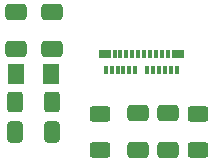
<source format=gtp>
%TF.GenerationSoftware,KiCad,Pcbnew,7.0.1*%
%TF.CreationDate,2023-05-22T14:58:09-04:00*%
%TF.ProjectId,MacroPad,4d616372-6f50-4616-942e-6b696361645f,rev?*%
%TF.SameCoordinates,Original*%
%TF.FileFunction,Paste,Top*%
%TF.FilePolarity,Positive*%
%FSLAX46Y46*%
G04 Gerber Fmt 4.6, Leading zero omitted, Abs format (unit mm)*
G04 Created by KiCad (PCBNEW 7.0.1) date 2023-05-22 14:58:09*
%MOMM*%
%LPD*%
G01*
G04 APERTURE LIST*
G04 Aperture macros list*
%AMRoundRect*
0 Rectangle with rounded corners*
0 $1 Rounding radius*
0 $2 $3 $4 $5 $6 $7 $8 $9 X,Y pos of 4 corners*
0 Add a 4 corners polygon primitive as box body*
4,1,4,$2,$3,$4,$5,$6,$7,$8,$9,$2,$3,0*
0 Add four circle primitives for the rounded corners*
1,1,$1+$1,$2,$3*
1,1,$1+$1,$4,$5*
1,1,$1+$1,$6,$7*
1,1,$1+$1,$8,$9*
0 Add four rect primitives between the rounded corners*
20,1,$1+$1,$2,$3,$4,$5,0*
20,1,$1+$1,$4,$5,$6,$7,0*
20,1,$1+$1,$6,$7,$8,$9,0*
20,1,$1+$1,$8,$9,$2,$3,0*%
G04 Aperture macros list end*
%ADD10RoundRect,0.250000X0.650000X-0.412500X0.650000X0.412500X-0.650000X0.412500X-0.650000X-0.412500X0*%
%ADD11RoundRect,0.250000X-0.625000X0.400000X-0.625000X-0.400000X0.625000X-0.400000X0.625000X0.400000X0*%
%ADD12R,0.300000X0.700000*%
%ADD13R,1.000000X0.700000*%
%ADD14RoundRect,0.250001X0.462499X0.624999X-0.462499X0.624999X-0.462499X-0.624999X0.462499X-0.624999X0*%
%ADD15RoundRect,0.250000X-0.650000X0.412500X-0.650000X-0.412500X0.650000X-0.412500X0.650000X0.412500X0*%
%ADD16RoundRect,0.250000X0.412500X0.650000X-0.412500X0.650000X-0.412500X-0.650000X0.412500X-0.650000X0*%
%ADD17RoundRect,0.250000X-0.400000X-0.625000X0.400000X-0.625000X0.400000X0.625000X-0.400000X0.625000X0*%
G04 APERTURE END LIST*
D10*
X113792000Y-51483500D03*
X113792000Y-48358500D03*
D11*
X129247500Y-57007000D03*
X129247500Y-60107000D03*
D12*
X127412000Y-53268000D03*
X126912000Y-53268000D03*
X126412000Y-53268000D03*
X125912000Y-53268000D03*
X125412000Y-53268000D03*
X124912000Y-53268000D03*
X123912000Y-53268000D03*
X123412000Y-53268000D03*
X122912000Y-53268000D03*
X122412000Y-53268000D03*
X121912000Y-53268000D03*
X121412000Y-53268000D03*
D13*
X121312000Y-51968000D03*
D12*
X122162000Y-51968000D03*
X122662000Y-51968000D03*
X123162000Y-51968000D03*
X123662000Y-51968000D03*
X124162000Y-51968000D03*
X124662000Y-51968000D03*
X125162000Y-51968000D03*
X125662000Y-51968000D03*
X126162000Y-51968000D03*
X126662000Y-51968000D03*
D13*
X127512000Y-51968000D03*
D14*
X116803000Y-53657500D03*
X113828000Y-53657500D03*
D15*
X126707500Y-56956000D03*
X126707500Y-60081000D03*
D11*
X120904000Y-57007000D03*
X120904000Y-60107000D03*
D10*
X116840000Y-51483500D03*
X116840000Y-48358500D03*
D16*
X116878500Y-58557000D03*
X113753500Y-58557000D03*
D15*
X124167500Y-56956000D03*
X124167500Y-60081000D03*
D17*
X113766000Y-56017000D03*
X116866000Y-56017000D03*
M02*

</source>
